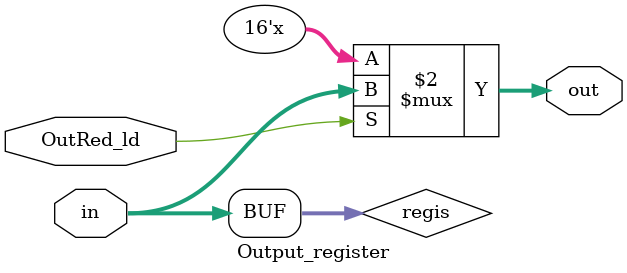
<source format=sv>
`timescale 1ns / 1ps


module Output_register(
    input logic [15:0] in,
    input logic OutRed_ld,
    output logic [15:0] out
    );
    
    logic [15:0] regis;
    
    assign regis=in;
    
    always_comb
        if(OutRed_ld) out <= regis;
    
endmodule

</source>
